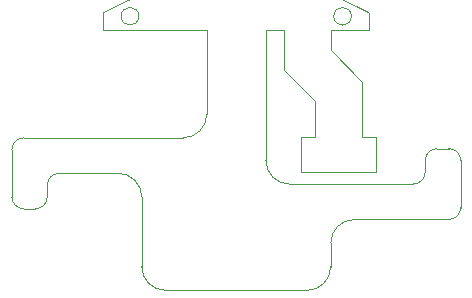
<source format=gbr>
%TF.GenerationSoftware,KiCad,Pcbnew,7.0.1*%
%TF.CreationDate,2024-01-08T13:03:24+00:00*%
%TF.ProjectId,watch_lower,77617463-685f-46c6-9f77-65722e6b6963,rev?*%
%TF.SameCoordinates,Original*%
%TF.FileFunction,Soldermask,Bot*%
%TF.FilePolarity,Negative*%
%FSLAX46Y46*%
G04 Gerber Fmt 4.6, Leading zero omitted, Abs format (unit mm)*
G04 Created by KiCad (PCBNEW 7.0.1) date 2024-01-08 13:03:24*
%MOMM*%
%LPD*%
G01*
G04 APERTURE LIST*
%TA.AperFunction,Profile*%
%ADD10C,0.100000*%
%TD*%
G04 APERTURE END LIST*
D10*
%TO.C,U101*%
X86500006Y-66443756D02*
X86500006Y-70443756D01*
X87500006Y-71443756D02*
X88500006Y-71443756D01*
X89500000Y-69443750D02*
X89500000Y-70443750D01*
X90500000Y-65443750D02*
X87500006Y-65443756D01*
X90500000Y-68443750D02*
X95500000Y-68443750D01*
X94250000Y-54850000D02*
X94250000Y-56350000D01*
X94250000Y-56350000D02*
X103000000Y-56350000D01*
X97500000Y-70443750D02*
X97500000Y-76350000D01*
X99500000Y-78350000D02*
X111500000Y-78350000D01*
X101000000Y-65443750D02*
X90500000Y-65443750D01*
X103000000Y-56350000D02*
X103000000Y-59350000D01*
X103000000Y-59350000D02*
X103000000Y-63443750D01*
X108000000Y-59350000D02*
X108000000Y-56350000D01*
X108000000Y-67350000D02*
X108000000Y-59350000D01*
X109500000Y-56350000D02*
X108000000Y-56350000D01*
X109500000Y-56350000D02*
X109500000Y-58006854D01*
X109500000Y-58006854D02*
X109500000Y-59663709D01*
X109500000Y-59663709D02*
X112170000Y-62333709D01*
X110970000Y-65350000D02*
X110970000Y-68350000D01*
X110970000Y-68350000D02*
X117370000Y-68350000D01*
X112170000Y-62333709D02*
X112170000Y-64350000D01*
X112170000Y-64350000D02*
X112170000Y-65350000D01*
X112170000Y-65350000D02*
X110970000Y-65350000D01*
X113500000Y-56350000D02*
X116750000Y-56350000D01*
X113500000Y-58006854D02*
X113500000Y-56350000D01*
X113500000Y-76350000D02*
X113500000Y-74350000D01*
X115500000Y-72350000D02*
X120500000Y-72350000D01*
X116170000Y-60676854D02*
X113500000Y-58006854D01*
X116170000Y-62333709D02*
X116170000Y-60676854D01*
X116170000Y-64350000D02*
X116170000Y-62333709D01*
X116170000Y-65350000D02*
X116170000Y-64350000D01*
X116750000Y-56350000D02*
X116750000Y-54850000D01*
X117370000Y-65350000D02*
X116170000Y-65350000D01*
X117370000Y-68350000D02*
X117370000Y-65350000D01*
X120500000Y-69350000D02*
X110000000Y-69350000D01*
X120500000Y-72350000D02*
X123500000Y-72350000D01*
X121500000Y-68350000D02*
X121500000Y-67350000D01*
X123500000Y-66350000D02*
X122500000Y-66350000D01*
X124500000Y-67350000D02*
X124500000Y-71350000D01*
X87500006Y-65443756D02*
G75*
G03*
X86500006Y-66443756I-8J-999992D01*
G01*
X86500006Y-70443756D02*
G75*
G03*
X87500006Y-71443756I1000074J74D01*
G01*
X90500000Y-68443750D02*
G75*
G03*
X89500000Y-69443750I-8J-999992D01*
G01*
X88500006Y-71443756D02*
G75*
G03*
X89500006Y-70443756I-74J1000074D01*
G01*
X116750000Y-54850000D02*
G75*
G03*
X94250000Y-54850000I-11250000J-19593750D01*
G01*
X97500047Y-70443723D02*
G75*
G03*
X95500047Y-68443723I-1999992J8D01*
G01*
X97500000Y-76350000D02*
G75*
G03*
X99500000Y-78350000I2000033J33D01*
G01*
X101000027Y-65443797D02*
G75*
G03*
X103000027Y-63443797I-70J2000070D01*
G01*
X107999997Y-67349923D02*
G75*
G03*
X109999997Y-69349923I2000093J93D01*
G01*
X111500000Y-78350000D02*
G75*
G03*
X113500000Y-76350000I-90J2000090D01*
G01*
X115500077Y-72349997D02*
G75*
G03*
X113500077Y-74349997I-37J-1999963D01*
G01*
X122500000Y-66350000D02*
G75*
G03*
X121500000Y-67350000I0J-1000000D01*
G01*
X120500000Y-69350000D02*
G75*
G03*
X121500000Y-68350000I0J1000000D01*
G01*
X124500000Y-67350000D02*
G75*
G03*
X123500000Y-66350000I-1000000J0D01*
G01*
X123500000Y-72350000D02*
G75*
G03*
X124500000Y-71350000I-100J1000100D01*
G01*
X97250000Y-55150000D02*
G75*
G03*
X97250000Y-55150000I-750000J0D01*
G01*
X115250000Y-55150000D02*
G75*
G03*
X115250000Y-55150000I-750000J0D01*
G01*
%TD*%
M02*

</source>
